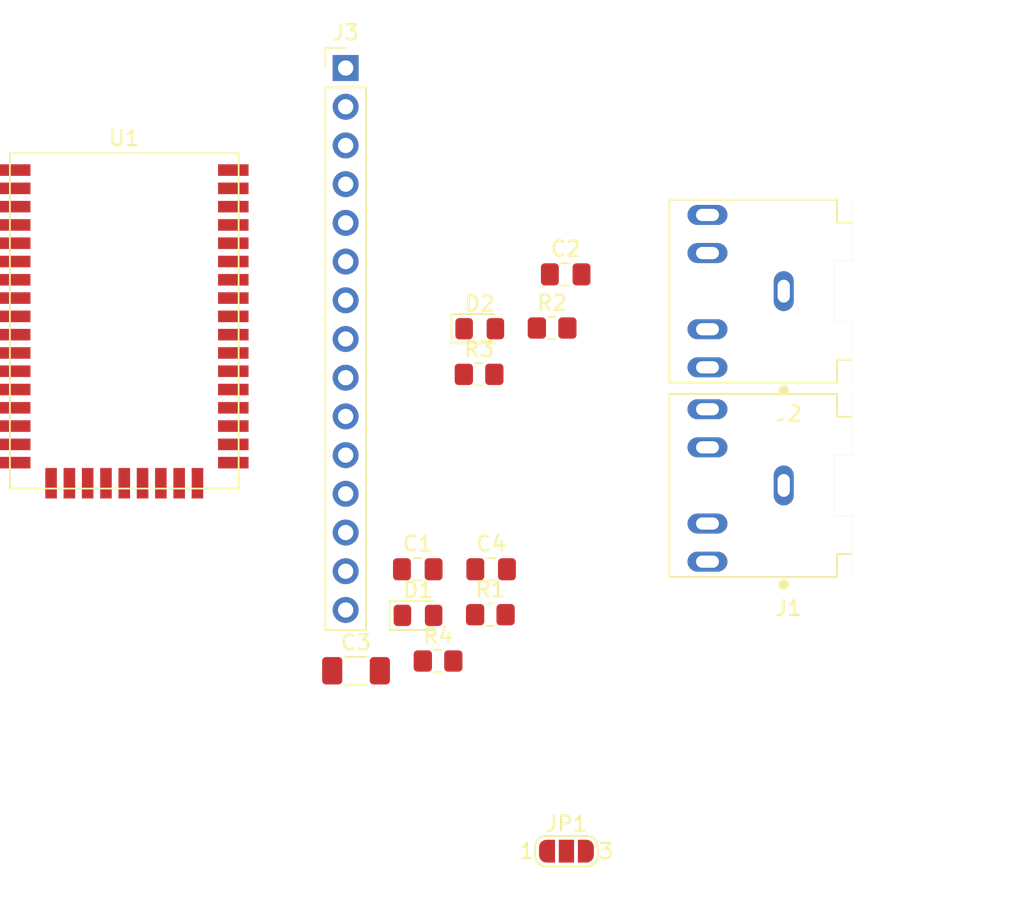
<source format=kicad_pcb>
(kicad_pcb (version 20211014) (generator pcbnew)
  (layers (0 "F.Cu" signal) (31 "B.Cu" signal) (34 "B.Paste" user) (35 "F.Paste" user) (36 "B.SilkS" user "B.Silkscreen") (37 "F.SilkS" user "F.Silkscreen") (38 "B.Mask" user) (39 "F.Mask" user) (44 "Edge.Cuts" user))
  (net 0 "")
  (net 1 "Net-(C1-Pad1)")
  (net 2 "Net-(C1-Pad2)")
  (net 3 "Net-(C2-Pad1)")
  (net 4 "Net-(C2-Pad2)")
  (net 5 "GND")
  (net 6 "VCC")
  (net 7 "Net-(D1-Pad1)")
  (net 8 "Net-(D1-Pad2)")
  (net 9 "Net-(D2-Pad1)")
  (net 10 "Net-(J1-Pad2)")
  (net 11 "Net-(J1-Pad3)")
  (net 14 "Net-(J2-Pad4)")
  (net 15 "Net-(J2-Pad5)")
  (net 16 "/P2_0")
  (net 17 "/EAN")
  (net 18 "/P3_7")
  (net 19 "Net-(J3-Pad6)")
  (net 20 "Net-(J3-Pad8)")
  (net 21 "Net-(J3-Pad9)")
  (net 22 "Net-(J3-Pad10)")
  (net 23 "Net-(J3-Pad13)")
  (net 24 "Net-(R3-Pad1)")
  (net 25 "Net-(R4-Pad1)")
  (footprint "Resistor_SMD:R_0805_2012Metric_Pad1.20x1.40mm_HandSolder" (layer "F.Cu") (at 140.58 103.02)
    (fp_text reference "R4" (at 0 -1.65) (layer "F.SilkS"))
    (fp_text value "100R")
    (fp_line (start -0.227064 -0.735) (end 0.227064 -0.735) (layer "F.SilkS") (width 0.12))
    (fp_line (start -0.227064 0.735) (end 0.227064 0.735) (layer "F.SilkS") (width 0.12))
    (pad "1" smd roundrect (at -1 0) (size 1.2 1.4) (layers "F.Cu" "F.Paste" "F.Mask") (roundrect_rratio 0.208333) (net 25 "Net-(R4-Pad1)"))
    (pad "2" smd roundrect (at 1 0) (size 1.2 1.4) (layers "F.Cu" "F.Paste" "F.Mask") (roundrect_rratio 0.208333) (net 9 "Net-(D2-Pad1)"))
  )
  (footprint "Jumper:SolderJumper-3_P1.3mm_Open_RoundedPad1.0x1.5mm_NumberLabels" (layer "F.Cu") (at 149 115.5)
    (fp_text reference "JP1" (at 0 -1.8) (layer "F.SilkS"))
    (fp_text value "SolderJumper_3_Open")
    (fp_text user "3" (at 2.6 0) (layer "F.SilkS"))
    (fp_text user "1" (at -2.6 0) (layer "F.SilkS"))
    (fp_line (start 2.05 -0.3) (end 2.05 0.3) (layer "F.SilkS") (width 0.12))
    (fp_line (start -1.4 -1) (end 1.4 -1) (layer "F.SilkS") (width 0.12))
    (fp_line (start 1.4 1) (end -1.4 1) (layer "F.SilkS") (width 0.12))
    (fp_line (start -2.05 0.3) (end -2.05 -0.3) (layer "F.SilkS") (width 0.12))
    (fp_arc (start 1.35 -1) (mid 1.844975 -0.794975) (end 2.05 -0.3) (layer "F.SilkS") (width 0.12))
    (fp_arc (start -1.35 1) (mid -1.844975 0.794975) (end -2.05 0.3) (layer "F.SilkS") (width 0.12))
    (fp_arc (start 2.05 0.3) (mid 1.844975 0.794975) (end 1.35 1) (layer "F.SilkS") (width 0.12))
    (fp_arc (start -2.05 -0.3) (mid -1.844975 -0.794975) (end -1.35 -1) (layer "F.SilkS") (width 0.12))
    (pad "1" smd custom (at -1.3 0) (size 1 0.5) (layers "F.Cu" "F.Mask") (net 14 "Net-(J2-Pad4)") (options (clearance outline) (anchor rect)) (primitives (gr_circle (center 0 0.25) (end 0.5 0.25) (width 0) (fill yes)) (gr_circle (center 0 -0.25) (end 0.5 -0.25) (width 0) (fill yes)) (gr_poly (pts (xy 0.55 0.75) (xy 0 0.75) (xy 0 -0.75) (xy 0.55 -0.75)) (width 0) (fill yes))))
    (pad "2" smd rect (at 0 0) (size 1 1.5) (layers "F.Cu" "F.Mask") (net 23 "Net-(J3-Pad13)"))
    (pad "3" smd custom (at 1.3 0) (size 1 0.5) (layers "F.Cu" "F.Mask") (net 15 "Net-(J2-Pad5)") (options (clearance outline) (anchor rect)) (primitives (gr_circle (center 0 0.25) (end 0.5 0.25) (width 0) (fill yes)) (gr_circle (center 0 -0.25) (end 0.5 -0.25) (width 0) (fill yes)) (gr_poly (pts (xy 0 0.75) (xy -0.55 0.75) (xy -0.55 -0.75) (xy 0 -0.75)) (width 0) (fill yes))))
  )
  (footprint "LED_SMD:LED_0805_2012Metric_Pad1.15x1.40mm_HandSolder" (layer "F.Cu") (at 139.265 100.025)
    (fp_text reference "D1" (at 0 -1.65) (layer "F.SilkS"))
    (fp_text value "GREEN")
    (fp_line (start -1.86 0.96) (end 1 0.96) (layer "F.SilkS") (width 0.12))
    (fp_line (start -1.86 -0.96) (end -1.86 0.96) (layer "F.SilkS") (width 0.12))
    (fp_line (start 1 -0.96) (end -1.86 -0.96) (layer "F.SilkS") (width 0.12))
    (pad "1" smd roundrect (at -1.025 0) (size 1.15 1.4) (layers "F.Cu" "F.Paste" "F.Mask") (roundrect_rratio 0.217391) (net 7 "Net-(D1-Pad1)"))
    (pad "2" smd roundrect (at 1.025 0) (size 1.15 1.4) (layers "F.Cu" "F.Paste" "F.Mask") (roundrect_rratio 0.217391) (net 8 "Net-(D1-Pad2)"))
  )
  (footprint "Capacitor_SMD:C_0805_2012Metric_Pad1.18x1.45mm_HandSolder" (layer "F.Cu") (at 148.95 77.65)
    (fp_text reference "C2" (at 0 -1.68) (layer "F.SilkS"))
    (fp_text value "100nF")
    (fp_line (start -0.261252 -0.735) (end 0.261252 -0.735) (layer "F.SilkS") (width 0.12))
    (fp_line (start -0.261252 0.735) (end 0.261252 0.735) (layer "F.SilkS") (width 0.12))
    (pad "1" smd roundrect (at -1.0375 0) (size 1.175 1.45) (layers "F.Cu" "F.Paste" "F.Mask") (roundrect_rratio 0.212766) (net 3 "Net-(C2-Pad1)"))
    (pad "2" smd roundrect (at 1.0375 0) (size 1.175 1.45) (layers "F.Cu" "F.Paste" "F.Mask") (roundrect_rratio 0.212766) (net 4 "Net-(C2-Pad2)"))
  )
  (footprint "Connector_PinHeader_2.54mm:PinHeader_1x15_P2.54mm_Vertical" (layer "F.Cu") (at 134.52 64.11)
    (fp_text reference "J3" (at 0 -2.33) (layer "F.SilkS"))
    (fp_text value "Conn_01x15_Female")
    (fp_line (start -1.33 36.89) (end 1.33 36.89) (layer "F.SilkS") (width 0.12))
    (fp_line (start 1.33 1.27) (end 1.33 36.89) (layer "F.SilkS") (width 0.12))
    (fp_line (start -1.33 -1.33) (end 0 -1.33) (layer "F.SilkS") (width 0.12))
    (fp_line (start -1.33 0) (end -1.33 -1.33) (layer "F.SilkS") (width 0.12))
    (fp_line (start -1.33 1.27) (end -1.33 36.89) (layer "F.SilkS") (width 0.12))
    (fp_line (start -1.33 1.27) (end 1.33 1.27) (layer "F.SilkS") (width 0.12))
    (pad "1" thru_hole rect (at 0 0) (size 1.7 1.7) (drill 1) (layers *.Cu *.Mask) (net 6 "VCC"))
    (pad "2" thru_hole oval (at 0 2.54) (size 1.7 1.7) (drill 1) (layers *.Cu *.Mask) (net 5 "GND"))
    (pad "3" thru_hole oval (at 0 5.08) (size 1.7 1.7) (drill 1) (layers *.Cu *.Mask) (net 16 "/P2_0"))
    (pad "4" thru_hole oval (at 0 7.62) (size 1.7 1.7) (drill 1) (layers *.Cu *.Mask) (net 17 "/EAN"))
    (pad "5" thru_hole oval (at 0 10.16) (size 1.7 1.7) (drill 1) (layers *.Cu *.Mask) (net 18 "/P3_7"))
    (pad "6" thru_hole oval (at 0 12.7) (size 1.7 1.7) (drill 1) (layers *.Cu *.Mask) (net 19 "Net-(J3-Pad6)"))
    (pad "7" thru_hole oval (at 0 15.24) (size 1.7 1.7) (drill 1) (layers *.Cu *.Mask) (net 8 "Net-(D1-Pad2)"))
    (pad "8" thru_hole oval (at 0 17.78) (size 1.7 1.7) (drill 1) (layers *.Cu *.Mask) (net 20 "Net-(J3-Pad8)"))
    (pad "9" thru_hole oval (at 0 20.32) (size 1.7 1.7) (drill 1) (layers *.Cu *.Mask) (net 21 "Net-(J3-Pad9)"))
    (pad "10" thru_hole oval (at 0 22.86) (size 1.7 1.7) (drill 1) (layers *.Cu *.Mask) (net 22 "Net-(J3-Pad10)"))
    (pad "11" thru_hole oval (at 0 25.4) (size 1.7 1.7) (drill 1) (layers *.Cu *.Mask) (net 3 "Net-(C2-Pad1)"))
    (pad "12" thru_hole oval (at 0 27.94) (size 1.7 1.7) (drill 1) (layers *.Cu *.Mask) (net 1 "Net-(C1-Pad1)"))
    (pad "13" thru_hole oval (at 0 30.48) (size 1.7 1.7) (drill 1) (layers *.Cu *.Mask) (net 23 "Net-(J3-Pad13)"))
    (pad "14" thru_hole oval (at 0 33.02) (size 1.7 1.7) (drill 1) (layers *.Cu *.Mask) (net 11 "Net-(J1-Pad3)"))
    (pad "15" thru_hole oval (at 0 35.56) (size 1.7 1.7) (drill 1) (layers *.Cu *.Mask) (net 10 "Net-(J1-Pad2)"))
  )
  (footprint "Capacitor_SMD:C_0805_2012Metric_Pad1.18x1.45mm_HandSolder" (layer "F.Cu") (at 144.06 97)
    (fp_text reference "C4" (at 0 -1.68) (layer "F.SilkS"))
    (fp_text value "100nF")
    (fp_line (start -0.261252 -0.735) (end 0.261252 -0.735) (layer "F.SilkS") (width 0.12))
    (fp_line (start -0.261252 0.735) (end 0.261252 0.735) (layer "F.SilkS") (width 0.12))
    (pad "1" smd roundrect (at -1.0375 0) (size 1.175 1.45) (layers "F.Cu" "F.Paste" "F.Mask") (roundrect_rratio 0.212766) (net 5 "GND"))
    (pad "2" smd roundrect (at 1.0375 0) (size 1.175 1.45) (layers "F.Cu" "F.Paste" "F.Mask") (roundrect_rratio 0.212766) (net 6 "VCC"))
  )
  (footprint "LED_SMD:LED_0805_2012Metric_Pad1.15x1.40mm_HandSolder" (layer "F.Cu") (at 143.315 81.215)
    (fp_text reference "D2" (at 0 -1.65) (layer "F.SilkS"))
    (fp_text value "RED")
    (fp_line (start -1.86 0.96) (end 1 0.96) (layer "F.SilkS") (width 0.12))
    (fp_line (start -1.86 -0.96) (end -1.86 0.96) (layer "F.SilkS") (width 0.12))
    (fp_line (start 1 -0.96) (end -1.86 -0.96) (layer "F.SilkS") (width 0.12))
    (pad "1" smd roundrect (at -1.025 0) (size 1.15 1.4) (layers "F.Cu" "F.Paste" "F.Mask") (roundrect_rratio 0.217391) (net 9 "Net-(D2-Pad1)"))
    (pad "2" smd roundrect (at 1.025 0) (size 1.15 1.4) (layers "F.Cu" "F.Paste" "F.Mask") (roundrect_rratio 0.217391) (net 8 "Net-(D1-Pad2)"))
  )
  (footprint "Resistor_SMD:R_0805_2012Metric_Pad1.20x1.40mm_HandSolder" (layer "F.Cu") (at 144.01 99.98)
    (fp_text reference "R1" (at 0 -1.65) (layer "F.SilkS"))
    (fp_text value "100K")
    (fp_line (start -0.227064 -0.735) (end 0.227064 -0.735) (layer "F.SilkS") (width 0.12))
    (fp_line (start -0.227064 0.735) (end 0.227064 0.735) (layer "F.SilkS") (width 0.12))
    (pad "1" smd roundrect (at -1 0) (size 1.2 1.4) (layers "F.Cu" "F.Paste" "F.Mask") (roundrect_rratio 0.208333) (net 5 "GND"))
    (pad "2" smd roundrect (at 1 0) (size 1.2 1.4) (layers "F.Cu" "F.Paste" "F.Mask") (roundrect_rratio 0.208333) (net 10 "Net-(J1-Pad2)"))
  )
  (footprint "BM64:CUI_SJ1-3525NG" (layer "F.Cu") (at 163.25 91.5 180)
    (fp_text reference "J1" (at -0.32531 -8.04283) (layer "F.SilkS") (effects (font (size 1.000976 1.000976))))
    (fp_text value "SJ1-3525NG")
    (fp_line (start -4.4 4.5) (end -3.5 4.5) (layer "F.SilkS") (width 0.127))
    (fp_line (start 7.5 -6) (end 7.5 6) (layer "F.SilkS") (width 0.127))
    (fp_line (start -3.5 -6) (end -3.5 -4.5) (layer "F.SilkS") (width 0.127))
    (fp_line (start 7.5 -6) (end -3.5 -6) (layer "F.SilkS") (width 0.127))
    (fp_line (start -3.5 4.5) (end -3.5 6) (layer "F.SilkS") (width 0.127))
    (fp_line (start 7.5 6) (end -3.5 6) (layer "F.SilkS") (width 0.127))
    (fp_line (start -3.5 -4.5) (end -4.4 -4.5) (layer "F.SilkS") (width 0.127))
    (fp_circle (center 0 -6.5) (end 0.17 -6.5) (layer "F.SilkS") (width 0.34) (fill none))
    (fp_line (start -4.5 -6) (end -4.5 -2) (layer "Edge.Cuts") (width 0.01))
    (fp_line (start -4.5 2) (end -4.5 6) (layer "Edge.Cuts") (width 0.01))
    (fp_line (start -3.3 2) (end -4.5 2) (layer "Edge.Cuts") (width 0.01))
    (fp_line (start -4.5 -2) (end -3.3 -2) (layer "Edge.Cuts") (width 0.01))
    (fp_line (start -3.3 -2) (end -3.3 2) (layer "Edge.Cuts") (width 0.01))
    (pad "" np_thru_hole circle (at 5 0 180) (size 1.2 1.2) (drill 1.2) (layers *.Cu *.Mask))
    (pad "" np_thru_hole circle (at -2.5 5 180) (size 1.2 1.2) (drill 1.2) (layers *.Cu *.Mask))
    (pad "" np_thru_hole circle (at 0 5 180) (size 1.2 1.2) (drill 1.2) (layers *.Cu *.Mask))
    (pad "" np_thru_hole circle (at -2.5 -5 180) (size 1.2 1.2) (drill 1.2) (layers *.Cu *.Mask))
    (pad "" np_thru_hole circle (at 0 -5 180) (size 1.2 1.2) (drill 1.2) (layers *.Cu *.Mask))
    (pad "1" thru_hole oval (at 0 0 180) (size 1.308 2.616) (drill oval 0.8 1.5) (layers *.Cu *.Mask) (net 5 "GND"))
    (pad "2" thru_hole oval (at 5 5 180) (size 2.616 1.308) (drill oval 1.5 0.8) (layers *.Cu *.Mask) (net 10 "Net-(J1-Pad2)"))
    (pad "3" thru_hole oval (at 5 -5 180) (size 2.616 1.308) (drill oval 1.5 0.8) (layers *.Cu *.Mask) (net 11 "Net-(J1-Pad3)"))
    (pad "4" thru_hole oval (at 5 2.5 180) (size 2.616 1.308) (drill oval 1.5 0.8) (layers *.Cu *.Mask))
    (pad "5" thru_hole oval (at 5 -2.5 180) (size 2.616 1.308) (drill oval 1.5 0.8) (layers *.Cu *.Mask))
  )
  (footprint "Capacitor_SMD:C_0805_2012Metric_Pad1.18x1.45mm_HandSolder" (layer "F.Cu") (at 139.25 97)
    (fp_text reference "C1" (at 0 -1.68) (layer "F.SilkS"))
    (fp_text value "100nF")
    (fp_line (start -0.261252 -0.735) (end 0.261252 -0.735) (layer "F.SilkS") (width 0.12))
    (fp_line (start -0.261252 0.735) (end 0.261252 0.735) (layer "F.SilkS") (width 0.12))
    (pad "1" smd roundrect (at -1.0375 0) (size 1.175 1.45) (layers "F.Cu" "F.Paste" "F.Mask") (roundrect_rratio 0.212766) (net 1 "Net-(C1-Pad1)"))
    (pad "2" smd roundrect (at 1.0375 0) (size 1.175 1.45) (layers "F.Cu" "F.Paste" "F.Mask") (roundrect_rratio 0.212766) (net 2 "Net-(C1-Pad2)"))
  )
  (footprint "Resistor_SMD:R_0805_2012Metric_Pad1.20x1.40mm_HandSolder" (layer "F.Cu") (at 148.06 81.17)
    (fp_text reference "R2" (at 0 -1.65) (layer "F.SilkS"))
    (fp_text value "100K")
    (fp_line (start -0.227064 0.735) (end 0.227064 0.735) (layer "F.SilkS") (width 0.12))
    (fp_line (start -0.227064 -0.735) (end 0.227064 -0.735) (layer "F.SilkS") (width 0.12))
    (pad "1" smd roundrect (at -1 0) (size 1.2 1.4) (layers "F.Cu" "F.Paste" "F.Mask") (roundrect_rratio 0.208333) (net 5 "GND"))
    (pad "2" smd roundrect (at 1 0) (size 1.2 1.4) (layers "F.Cu" "F.Paste" "F.Mask") (roundrect_rratio 0.208333) (net 11 "Net-(J1-Pad3)"))
  )
  (footprint "Capacitor_SMD:C_1206_3216Metric_Pad1.33x1.80mm_HandSolder" (layer "F.Cu") (at 135.2 103.66)
    (fp_text reference "C3" (at 0 -1.85) (layer "F.SilkS"))
    (fp_text value "1u")
    (fp_line (start -0.711252 0.91) (end 0.711252 0.91) (layer "F.SilkS") (width 0.12))
    (fp_line (start -0.711252 -0.91) (end 0.711252 -0.91) (layer "F.SilkS") (width 0.12))
    (pad "1" smd roundrect (at -1.5625 0) (size 1.325 1.8) (layers "F.Cu" "F.Paste" "F.Mask") (roundrect_rratio 0.188679) (net 5 "GND"))
    (pad "2" smd roundrect (at 1.5625 0) (size 1.325 1.8) (layers "F.Cu" "F.Paste" "F.Mask") (roundrect_rratio 0.188679) (net 6 "VCC"))
  )
  (footprint "BM64:BM64_handsolder" (layer "F.Cu") (at 120 68.205)
    (fp_text reference "U1" (at 0 0.5) (layer "F.SilkS"))
    (fp_text value "BM64")
    (fp_line (start 7.5 1.5) (end 7.5 23.5) (layer "F.SilkS") (width 0.12))
    (fp_line (start 0 1.5) (end -7.5 1.5) (layer "F.SilkS") (width 0.12))
    (fp_line (start -7.5 23.5) (end -7.5 1.5) (layer "F.SilkS") (width 0.12))
    (fp_line (start 0 1.5) (end 7.5 1.5) (layer "F.SilkS") (width 0.12))
    (fp_line (start 7.5 23.5) (end -7.5 23.5) (layer "F.SilkS") (width 0.12))
    (pad "1" smd rect (at -7.15 2.6) (size 2 0.76) (layers "F.Cu" "F.Paste" "F.Mask"))
    (pad "2" smd rect (at -7.15 3.8) (size 2 0.76) (layers "F.Cu" "F.Paste" "F.Mask"))
    (pad "3" smd rect (at -7.15 5) (size 2 0.76) (layers "F.Cu" "F.Paste" "F.Mask"))
    (pad "4" smd rect (at -7.15 6.2) (size 2 0.76) (layers "F.Cu" "F.Paste" "F.Mask"))
    (pad "5" smd rect (at -7.15 7.4) (size 2 0.76) (layers "F.Cu" "F.Paste" "F.Mask") (net 2 "Net-(C1-Pad2)"))
    (pad "6" smd rect (at -7.15 8.6) (size 2 0.76) (layers "F.Cu" "F.Paste" "F.Mask"))
    (pad "7" smd rect (at -7.15 9.8) (size 2 0.76) (layers "F.Cu" "F.Paste" "F.Mask") (net 4 "Net-(C2-Pad2)"))
    (pad "8" smd rect (at -7.15 11) (size 2 0.76) (layers "F.Cu" "F.Paste" "F.Mask"))
    (pad "9" smd rect (at -7.15 12.2) (size 2 0.76) (layers "F.Cu" "F.Paste" "F.Mask"))
    (pad "10" smd rect (at -7.15 13.4) (size 2 0.76) (layers "F.Cu" "F.Paste" "F.Mask"))
    (pad "11" smd rect (at -7.15 14.6) (size 2 0.76) (layers "F.Cu" "F.Paste" "F.Mask"))
    (pad "12" smd rect (at -7.15 15.8) (size 2 0.76) (layers "F.Cu" "F.Paste" "F.Mask"))
    (pad "13" smd rect (at -7.15 17) (size 2 0.76) (layers "F.Cu" "F.Paste" "F.Mask") (net 22 "Net-(J3-Pad10)"))
    (pad "14" smd rect (at -7.15 18.2) (size 2 0.76) (layers "F.Cu" "F.Paste" "F.Mask") (net 5 "GND"))
    (pad "15" smd rect (at -7.15 19.4) (size 2 0.76) (layers "F.Cu" "F.Paste" "F.Mask"))
    (pad "16" smd rect (at -7.15 20.6) (size 2 0.76) (layers "F.Cu" "F.Paste" "F.Mask"))
    (pad "17" smd rect (at -7.15 21.8) (size 2 0.76) (layers "F.Cu" "F.Paste" "F.Mask"))
    (pad "18" smd rect (at -4.8 23.15 90) (size 2 0.76) (layers "F.Cu" "F.Paste" "F.Mask"))
    (pad "19" smd rect (at -3.6 23.15 90) (size 2 0.76) (layers "F.Cu" "F.Paste" "F.Mask") (net 21 "Net-(J3-Pad9)"))
    (pad "20" smd rect (at -2.4 23.15 90) (size 2 0.76) (layers "F.Cu" "F.Paste" "F.Mask") (net 20 "Net-(J3-Pad8)"))
    (pad "21" smd rect (at -1.2 23.15 90) (size 2 0.76) (layers "F.Cu" "F.Paste" "F.Mask"))
    (pad "22" smd rect (at 0 23.15 90) (size 2 0.76) (layers "F.Cu" "F.Paste" "F.Mask") (net 6 "VCC"))
    (pad "23" smd rect (at 1.2 23.15 90) (size 2 0.76) (layers "F.Cu" "F.Paste" "F.Mask"))
    (pad "24" smd rect (at 2.4 23.15 90) (size 2 0.76) (layers "F.Cu" "F.Paste" "F.Mask") (net 8 "Net-(D1-Pad2)"))
    (pad "25" smd rect (at 3.6 23.15 90) (size 2 0.76) (layers "F.Cu" "F.Paste" "F.Mask"))
    (pad "26" smd rect (at 4.8 23.15 90) (size 2 0.76) (layers "F.Cu" "F.Paste" "F.Mask") (net 19 "Net-(J3-Pad6)"))
    (pad "27" smd rect (at 7.15 21.8) (size 2 0.76) (layers "F.Cu" "F.Paste" "F.Mask") (net 25 "Net-(R4-Pad1)"))
    (pad "28" smd rect (at 7.15 20.6) (size 2 0.76) (layers "F.Cu" "F.Paste" "F.Mask") (net 24 "Net-(R3-Pad1)"))
    (pad "29" smd rect (at 7.15 19.4) (size 2 0.76) (layers "F.Cu" "F.Paste" "F.Mask") (net 18 "/P3_7"))
    (pad "30" smd rect (at 7.15 18.2) (size 2 0.76) (layers "F.Cu" "F.Paste" "F.Mask"))
    (pad "31" smd rect (at 7.15 17) (size 2 0.76) (layers "F.Cu" "F.Paste" "F.Mask"))
    (pad "32" smd rect (at 7.15 15.8) (size 2 0.76) (layers "F.Cu" "F.Paste" "F.Mask") (net 17 "/EAN"))
    (pad "33" smd rect (at 7.15 14.6) (size 2 0.76) (layers "F.Cu" "F.Paste" "F.Mask"))
    (pad "34" smd rect (at 7.15 13.4) (size 2 0.76) (layers "F.Cu" "F.Paste" "F.Mask"))
    (pad "35" smd rect (at 7.15 12.2) (size 2 0.76) (layers "F.Cu" "F.Paste" "F.Mask"))
    (pad "36" smd rect (at 7.15 11) (size 2 0.76) (layers "F.Cu" "F.Paste" "F.Mask"))
    (pad "37" smd rect (at 7.15 9.8) (size 2 0.76) (layers "F.Cu" "F.Paste" "F.Mask"))
    (pad "38" smd rect (at 7.15 8.6) (size 2 0.76) (layers "F.Cu" "F.Paste" "F.Mask"))
    (pad "39" smd rect (at 7.15 7.4) (size 2 0.76) (layers "F.Cu" "F.Paste" "F.Mask"))
    (pad "40" smd rect (at 7.15 6.2) (size 2 0.76) (layers "F.Cu" "F.Paste" "F.Mask"))
    (pad "41" smd rect (at 7.15 5) (size 2 0.76) (layers "F.Cu" "F.Paste" "F.Mask") (net 16 "/P2_0"))
    (pad "42" smd rect (at 7.15 3.8) (size 2 0.76) (layers "F.Cu" "F.Paste" "F.Mask"))
    (pad "43" smd rect (at 7.15 2.6) (size 2 0.76) (layers "F.Cu" "F.Paste" "F.Mask") (net 5 "GND"))
  )
  (footprint "BM64:CUI_SJ1-3525NG" (layer "F.Cu") (at 163.25 78.75 180)
    (fp_text reference "J2" (at -0.32531 -8.04283) (layer "F.SilkS") (effects (font (size 1.000976 1.000976))))
    (fp_text value "SJ1-3525NG")
    (fp_line (start -4.4 4.5) (end -3.5 4.5) (layer "F.SilkS") (width 0.127))
    (fp_line (start 7.5 6) (end -3.5 6) (layer "F.SilkS") (width 0.127))
    (fp_line (start -3.5 -6) (end -3.5 -4.5) (layer "F.SilkS") (width 0.127))
    (fp_line (start 7.5 -6) (end -3.5 -6) (layer "F.SilkS") (width 0.127))
    (fp_line (start -3.5 4.5) (end -3.5 6) (layer "F.SilkS") (width 0.127))
    (fp_line (start 7.5 -6) (end 7.5 6) (layer "F.SilkS") (width 0.127))
    (fp_line (start -3.5 -4.5) (end -4.4 -4.5) (layer "F.SilkS") (width 0.127))
    (fp_circle (center 0 -6.5) (end 0.17 -6.5) (layer "F.SilkS") (width 0.34) (fill none))
    (fp_line (start -3.3 2) (end -4.5 2) (layer "Edge.Cuts") (width 0.01))
    (fp_line (start -4.5 -6) (end -4.5 -2) (layer "Edge.Cuts") (width 0.01))
    (fp_line (start -4.5 2) (end -4.5 6) (layer "Edge.Cuts") (width 0.01))
    (fp_line (start -4.5 -2) (end -3.3 -2) (layer "Edge.Cuts") (width 0.01))
    (fp_line (start -3.3 -2) (end -3.3 2) (layer "Edge.Cuts") (width 0.01))
    (pad "" np_thru_hole circle (at -2.5 5 180) (size 1.2 1.2) (drill 1.2) (layers *.Cu *.Mask))
    (pad "" np_thru_hole circle (at 0 -5 180) (size 1.2 1.2) (drill 1.2) (layers *.Cu *.Mask))
    (pad "" np_thru_hole circle (at 5 0 180) (size 1.2 1.2) (drill 1.2) (layers *.Cu *.Mask))
    (pad "" np_thru_hole circle (at -2.5 -5 180) (size 1.2 1.2) (drill 1.2) (layers *.Cu *.Mask))
    (pad "" np_thru_hole circle (at 0 5 180) (size 1.2 1.2) (drill 1.2) (layers *.Cu *.Mask))
    (pad "1" thru_hole oval (at 0 0 180) (size 1.308 2.616) (drill oval 0.8 1.5) (layers *.Cu *.Mask) (net 5 "GND"))
    (pad "2" thru_hole oval (at 5 5 180) (size 2.616 1.308) (drill oval 1.5 0.8) (layers *.Cu *.Mask) (net 10 "Net-(J1-Pad2)"))
    (pad "3" thru_hole oval (at 5 -5 180) (size 2.616 1.308) (drill oval 1.5 0.8) (layers *.Cu *.Mask) (net 11 "Net-(J1-Pad3)"))
    (pad "4" thru_hole oval (at 5 2.5 180) (size 2.616 1.308) (drill oval 1.5 0.8) (layers *.Cu *.Mask) (net 14 "Net-(J2-Pad4)"))
    (pad "5" thru_hole oval (at 5 -2.5 180) (size 2.616 1.308) (drill oval 1.5 0.8) (layers *.Cu *.Mask) (net 15 "Net-(J2-Pad5)"))
  )
  (footprint "Resistor_SMD:R_0805_2012Metric_Pad1.20x1.40mm_HandSolder" (layer "F.Cu") (at 143.27 84.21)
    (fp_text reference "R3" (at 0 -1.65) (layer "F.SilkS"))
    (fp_text value "100R")
    (fp_line (start -0.227064 -0.735) (end 0.227064 -0.735) (layer "F.SilkS") (width 0.12))
    (fp_line (start -0.227064 0.735) (end 0.227064 0.735) (layer "F.SilkS") (width 0.12))
    (pad "1" smd roundrect (at -1 0) (size 1.2 1.4) (layers "F.Cu" "F.Paste" "F.Mask") (roundrect_rratio 0.208333) (net 24 "Net-(R3-Pad1)"))
    (pad "2" smd roundrect (at 1 0) (size 1.2 1.4) (layers "F.Cu" "F.Paste" "F.Mask") (roundrect_rratio 0.208333) (net 7 "Net-(D1-Pad1)"))
  )
)
</source>
